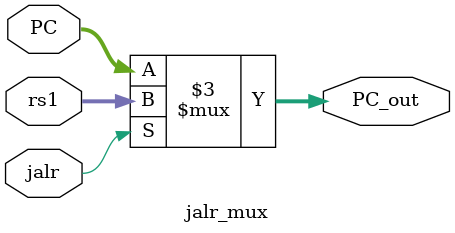
<source format=sv>
module jalr_mux # ( parameter W = 32)(
    input logic jalr, //select
    input logic [W-1:0] rs1,
    input logic [W-1:0] PC,

    output logic [W-1:0] PC_out
);

always_comb begin 
    if(jalr)
        PC_out = rs1;
    else 
        PC_out = PC;

end

endmodule




</source>
